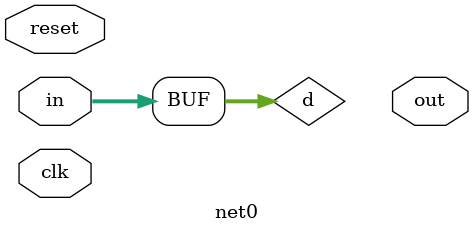
<source format=v>
module net0
  #(parameter integer WIDTH = 8)
  (input wire             reset,
   input wire             clk,
   input wire [WIDTH-1:0] in,
   output reg             out);

   wire                    a;
   wire signed [WIDTH-1:0] b, x;
   wire [WIDTH-1:0]        c [2**WIDTH-1:0], h [63:0] [31:0];
   wire [WIDTH-1:0]        d = in, e = in + in, f;

endmodule

</source>
